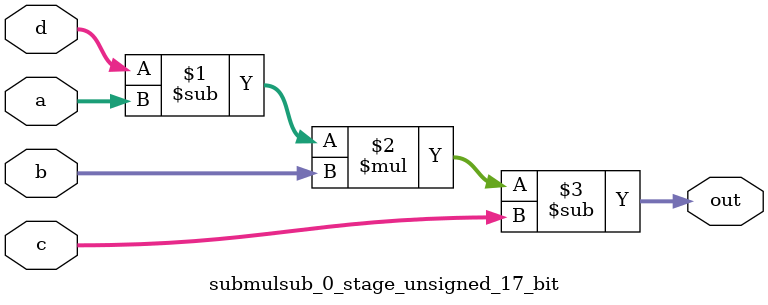
<source format=sv>
(* use_dsp = "yes" *) module submulsub_0_stage_unsigned_17_bit(
	input  [16:0] a,
	input  [16:0] b,
	input  [16:0] c,
	input  [16:0] d,
	output [16:0] out
	);

	assign out = ((d - a) * b) - c;
endmodule

</source>
